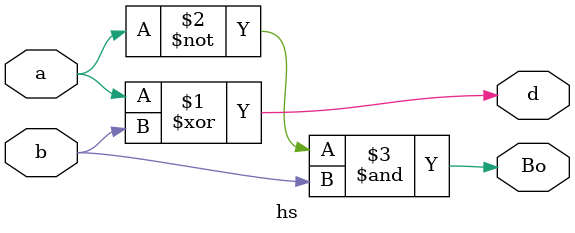
<source format=v>

module hs(d, Bo, a, b);
    input a, b;
    output d, Bo;
    assign d = a^b;
    assign Bo = (~a)&b;
endmodule
</source>
